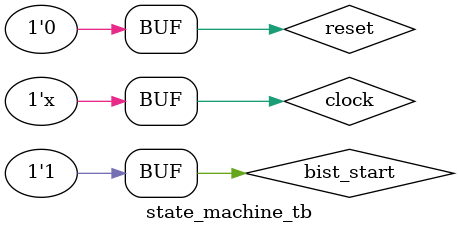
<source format=v>
`timescale 1ns / 1ps

module state_machine_tb;

    reg clock, reset, bist_start;
    wire mode, bist_end, init, running, finish;

    state_machine state_machine(
        .clock(clock),
        .reset(reset),
        .bist_start(bist_start)
    );

    initial begin
        clock = 0;
        reset = 1;
        bist_start = 0;
    end

    always
        #50 clock = !clock;

    initial
        begin
        #100 reset = 0;
        #100 bist_start = 1;
        end

endmodule
</source>
